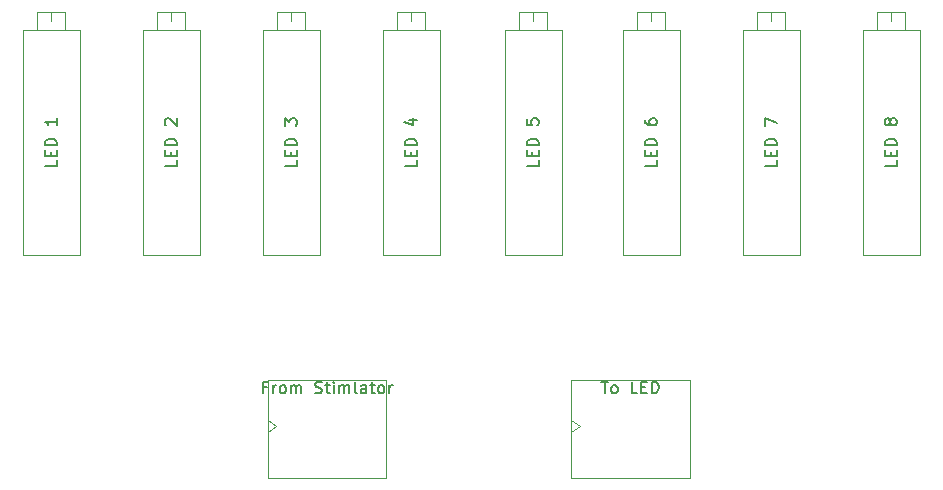
<source format=gbr>
G04 #@! TF.GenerationSoftware,KiCad,Pcbnew,(5.0.0)*
G04 #@! TF.CreationDate,2020-01-07T20:32:05+00:00*
G04 #@! TF.ProjectId,Potentiometer_mount_8LED,506F74656E74696F6D657465725F6D6F,rev?*
G04 #@! TF.SameCoordinates,Original*
G04 #@! TF.FileFunction,Other,Fab,Top*
%FSLAX46Y46*%
G04 Gerber Fmt 4.6, Leading zero omitted, Abs format (unit mm)*
G04 Created by KiCad (PCBNEW (5.0.0)) date 01/07/20 20:32:05*
%MOMM*%
%LPD*%
G01*
G04 APERTURE LIST*
%ADD10C,0.100000*%
%ADD11C,0.150000*%
G04 APERTURE END LIST*
D10*
G04 #@! TO.C,LED 8*
X193390000Y-52480000D02*
X193390000Y-53240000D01*
X194570000Y-54000000D02*
X194570000Y-52480000D01*
X192210000Y-54000000D02*
X194570000Y-54000000D01*
X192210000Y-52480000D02*
X192210000Y-54000000D01*
X194570000Y-52480000D02*
X192210000Y-52480000D01*
X195790000Y-73000000D02*
X195790000Y-54000000D01*
X190990000Y-73000000D02*
X195790000Y-73000000D01*
X190990000Y-54000000D02*
X190990000Y-73000000D01*
X195790000Y-54000000D02*
X190990000Y-54000000D01*
G04 #@! TO.C,LED 7*
X183230000Y-52480000D02*
X183230000Y-53240000D01*
X184410000Y-54000000D02*
X184410000Y-52480000D01*
X182050000Y-54000000D02*
X184410000Y-54000000D01*
X182050000Y-52480000D02*
X182050000Y-54000000D01*
X184410000Y-52480000D02*
X182050000Y-52480000D01*
X185630000Y-73000000D02*
X185630000Y-54000000D01*
X180830000Y-73000000D02*
X185630000Y-73000000D01*
X180830000Y-54000000D02*
X180830000Y-73000000D01*
X185630000Y-54000000D02*
X180830000Y-54000000D01*
G04 #@! TO.C,LED 5*
X163070000Y-52480000D02*
X163070000Y-53240000D01*
X164250000Y-54000000D02*
X164250000Y-52480000D01*
X161890000Y-54000000D02*
X164250000Y-54000000D01*
X161890000Y-52480000D02*
X161890000Y-54000000D01*
X164250000Y-52480000D02*
X161890000Y-52480000D01*
X165470000Y-73000000D02*
X165470000Y-54000000D01*
X160670000Y-73000000D02*
X165470000Y-73000000D01*
X160670000Y-54000000D02*
X160670000Y-73000000D01*
X165470000Y-54000000D02*
X160670000Y-54000000D01*
G04 #@! TO.C,LED 6*
X173070000Y-52480000D02*
X173070000Y-53240000D01*
X174250000Y-54000000D02*
X174250000Y-52480000D01*
X171890000Y-54000000D02*
X174250000Y-54000000D01*
X171890000Y-52480000D02*
X171890000Y-54000000D01*
X174250000Y-52480000D02*
X171890000Y-52480000D01*
X175470000Y-73000000D02*
X175470000Y-54000000D01*
X170670000Y-73000000D02*
X175470000Y-73000000D01*
X170670000Y-54000000D02*
X170670000Y-73000000D01*
X175470000Y-54000000D02*
X170670000Y-54000000D01*
G04 #@! TO.C,To LED*
X167007107Y-87500000D02*
X166300000Y-87000000D01*
X166300000Y-88000000D02*
X167007107Y-87500000D01*
X176300000Y-83600000D02*
X166300000Y-83600000D01*
X176300000Y-91900000D02*
X176300000Y-83600000D01*
X166300000Y-91900000D02*
X176300000Y-91900000D01*
X166300000Y-83600000D02*
X166300000Y-91900000D01*
G04 #@! TO.C,From Stimlator*
X141307107Y-87500000D02*
X140600000Y-87000000D01*
X140600000Y-88000000D02*
X141307107Y-87500000D01*
X150600000Y-83600000D02*
X140600000Y-83600000D01*
X150600000Y-91900000D02*
X150600000Y-83600000D01*
X140600000Y-91900000D02*
X150600000Y-91900000D01*
X140600000Y-83600000D02*
X140600000Y-91900000D01*
G04 #@! TO.C,LED 1*
X122270000Y-52480000D02*
X122270000Y-53240000D01*
X123450000Y-54000000D02*
X123450000Y-52480000D01*
X121090000Y-54000000D02*
X123450000Y-54000000D01*
X121090000Y-52480000D02*
X121090000Y-54000000D01*
X123450000Y-52480000D02*
X121090000Y-52480000D01*
X124670000Y-73000000D02*
X124670000Y-54000000D01*
X119870000Y-73000000D02*
X124670000Y-73000000D01*
X119870000Y-54000000D02*
X119870000Y-73000000D01*
X124670000Y-54000000D02*
X119870000Y-54000000D01*
G04 #@! TO.C,LED 2*
X134830000Y-54000000D02*
X130030000Y-54000000D01*
X130030000Y-54000000D02*
X130030000Y-73000000D01*
X130030000Y-73000000D02*
X134830000Y-73000000D01*
X134830000Y-73000000D02*
X134830000Y-54000000D01*
X133610000Y-52480000D02*
X131250000Y-52480000D01*
X131250000Y-52480000D02*
X131250000Y-54000000D01*
X131250000Y-54000000D02*
X133610000Y-54000000D01*
X133610000Y-54000000D02*
X133610000Y-52480000D01*
X132430000Y-52480000D02*
X132430000Y-53240000D01*
G04 #@! TO.C,LED 3*
X142590000Y-52480000D02*
X142590000Y-53240000D01*
X143770000Y-54000000D02*
X143770000Y-52480000D01*
X141410000Y-54000000D02*
X143770000Y-54000000D01*
X141410000Y-52480000D02*
X141410000Y-54000000D01*
X143770000Y-52480000D02*
X141410000Y-52480000D01*
X144990000Y-73000000D02*
X144990000Y-54000000D01*
X140190000Y-73000000D02*
X144990000Y-73000000D01*
X140190000Y-54000000D02*
X140190000Y-73000000D01*
X144990000Y-54000000D02*
X140190000Y-54000000D01*
G04 #@! TO.C,LED 4*
X155150000Y-54000000D02*
X150350000Y-54000000D01*
X150350000Y-54000000D02*
X150350000Y-73000000D01*
X150350000Y-73000000D02*
X155150000Y-73000000D01*
X155150000Y-73000000D02*
X155150000Y-54000000D01*
X153930000Y-52480000D02*
X151570000Y-52480000D01*
X151570000Y-52480000D02*
X151570000Y-54000000D01*
X151570000Y-54000000D02*
X153930000Y-54000000D01*
X153930000Y-54000000D02*
X153930000Y-52480000D01*
X152750000Y-52480000D02*
X152750000Y-53240000D01*
G04 #@! TD*
G04 #@! TO.C,LED 8*
D11*
X193842380Y-65000000D02*
X193842380Y-65476190D01*
X192842380Y-65476190D01*
X193318571Y-64666666D02*
X193318571Y-64333333D01*
X193842380Y-64190476D02*
X193842380Y-64666666D01*
X192842380Y-64666666D01*
X192842380Y-64190476D01*
X193842380Y-63761904D02*
X192842380Y-63761904D01*
X192842380Y-63523809D01*
X192890000Y-63380952D01*
X192985238Y-63285714D01*
X193080476Y-63238095D01*
X193270952Y-63190476D01*
X193413809Y-63190476D01*
X193604285Y-63238095D01*
X193699523Y-63285714D01*
X193794761Y-63380952D01*
X193842380Y-63523809D01*
X193842380Y-63761904D01*
X193270952Y-61857142D02*
X193223333Y-61952380D01*
X193175714Y-62000000D01*
X193080476Y-62047619D01*
X193032857Y-62047619D01*
X192937619Y-62000000D01*
X192890000Y-61952380D01*
X192842380Y-61857142D01*
X192842380Y-61666666D01*
X192890000Y-61571428D01*
X192937619Y-61523809D01*
X193032857Y-61476190D01*
X193080476Y-61476190D01*
X193175714Y-61523809D01*
X193223333Y-61571428D01*
X193270952Y-61666666D01*
X193270952Y-61857142D01*
X193318571Y-61952380D01*
X193366190Y-62000000D01*
X193461428Y-62047619D01*
X193651904Y-62047619D01*
X193747142Y-62000000D01*
X193794761Y-61952380D01*
X193842380Y-61857142D01*
X193842380Y-61666666D01*
X193794761Y-61571428D01*
X193747142Y-61523809D01*
X193651904Y-61476190D01*
X193461428Y-61476190D01*
X193366190Y-61523809D01*
X193318571Y-61571428D01*
X193270952Y-61666666D01*
G04 #@! TO.C,LED 7*
X183682380Y-65000000D02*
X183682380Y-65476190D01*
X182682380Y-65476190D01*
X183158571Y-64666666D02*
X183158571Y-64333333D01*
X183682380Y-64190476D02*
X183682380Y-64666666D01*
X182682380Y-64666666D01*
X182682380Y-64190476D01*
X183682380Y-63761904D02*
X182682380Y-63761904D01*
X182682380Y-63523809D01*
X182730000Y-63380952D01*
X182825238Y-63285714D01*
X182920476Y-63238095D01*
X183110952Y-63190476D01*
X183253809Y-63190476D01*
X183444285Y-63238095D01*
X183539523Y-63285714D01*
X183634761Y-63380952D01*
X183682380Y-63523809D01*
X183682380Y-63761904D01*
X182682380Y-62095238D02*
X182682380Y-61428571D01*
X183682380Y-61857142D01*
G04 #@! TO.C,LED 5*
X163522380Y-65000000D02*
X163522380Y-65476190D01*
X162522380Y-65476190D01*
X162998571Y-64666666D02*
X162998571Y-64333333D01*
X163522380Y-64190476D02*
X163522380Y-64666666D01*
X162522380Y-64666666D01*
X162522380Y-64190476D01*
X163522380Y-63761904D02*
X162522380Y-63761904D01*
X162522380Y-63523809D01*
X162570000Y-63380952D01*
X162665238Y-63285714D01*
X162760476Y-63238095D01*
X162950952Y-63190476D01*
X163093809Y-63190476D01*
X163284285Y-63238095D01*
X163379523Y-63285714D01*
X163474761Y-63380952D01*
X163522380Y-63523809D01*
X163522380Y-63761904D01*
X162522380Y-61523809D02*
X162522380Y-62000000D01*
X162998571Y-62047619D01*
X162950952Y-62000000D01*
X162903333Y-61904761D01*
X162903333Y-61666666D01*
X162950952Y-61571428D01*
X162998571Y-61523809D01*
X163093809Y-61476190D01*
X163331904Y-61476190D01*
X163427142Y-61523809D01*
X163474761Y-61571428D01*
X163522380Y-61666666D01*
X163522380Y-61904761D01*
X163474761Y-62000000D01*
X163427142Y-62047619D01*
G04 #@! TO.C,LED 6*
X173522380Y-65000000D02*
X173522380Y-65476190D01*
X172522380Y-65476190D01*
X172998571Y-64666666D02*
X172998571Y-64333333D01*
X173522380Y-64190476D02*
X173522380Y-64666666D01*
X172522380Y-64666666D01*
X172522380Y-64190476D01*
X173522380Y-63761904D02*
X172522380Y-63761904D01*
X172522380Y-63523809D01*
X172570000Y-63380952D01*
X172665238Y-63285714D01*
X172760476Y-63238095D01*
X172950952Y-63190476D01*
X173093809Y-63190476D01*
X173284285Y-63238095D01*
X173379523Y-63285714D01*
X173474761Y-63380952D01*
X173522380Y-63523809D01*
X173522380Y-63761904D01*
X172522380Y-61571428D02*
X172522380Y-61761904D01*
X172570000Y-61857142D01*
X172617619Y-61904761D01*
X172760476Y-62000000D01*
X172950952Y-62047619D01*
X173331904Y-62047619D01*
X173427142Y-62000000D01*
X173474761Y-61952380D01*
X173522380Y-61857142D01*
X173522380Y-61666666D01*
X173474761Y-61571428D01*
X173427142Y-61523809D01*
X173331904Y-61476190D01*
X173093809Y-61476190D01*
X172998571Y-61523809D01*
X172950952Y-61571428D01*
X172903333Y-61666666D01*
X172903333Y-61857142D01*
X172950952Y-61952380D01*
X172998571Y-62000000D01*
X173093809Y-62047619D01*
G04 #@! TO.C,To LED*
X168823809Y-83752380D02*
X169395238Y-83752380D01*
X169109523Y-84752380D02*
X169109523Y-83752380D01*
X169871428Y-84752380D02*
X169776190Y-84704761D01*
X169728571Y-84657142D01*
X169680952Y-84561904D01*
X169680952Y-84276190D01*
X169728571Y-84180952D01*
X169776190Y-84133333D01*
X169871428Y-84085714D01*
X170014285Y-84085714D01*
X170109523Y-84133333D01*
X170157142Y-84180952D01*
X170204761Y-84276190D01*
X170204761Y-84561904D01*
X170157142Y-84657142D01*
X170109523Y-84704761D01*
X170014285Y-84752380D01*
X169871428Y-84752380D01*
X171871428Y-84752380D02*
X171395238Y-84752380D01*
X171395238Y-83752380D01*
X172204761Y-84228571D02*
X172538095Y-84228571D01*
X172680952Y-84752380D02*
X172204761Y-84752380D01*
X172204761Y-83752380D01*
X172680952Y-83752380D01*
X173109523Y-84752380D02*
X173109523Y-83752380D01*
X173347619Y-83752380D01*
X173490476Y-83800000D01*
X173585714Y-83895238D01*
X173633333Y-83990476D01*
X173680952Y-84180952D01*
X173680952Y-84323809D01*
X173633333Y-84514285D01*
X173585714Y-84609523D01*
X173490476Y-84704761D01*
X173347619Y-84752380D01*
X173109523Y-84752380D01*
G04 #@! TO.C,From Stimlator*
X140504761Y-84228571D02*
X140171428Y-84228571D01*
X140171428Y-84752380D02*
X140171428Y-83752380D01*
X140647619Y-83752380D01*
X141028571Y-84752380D02*
X141028571Y-84085714D01*
X141028571Y-84276190D02*
X141076190Y-84180952D01*
X141123809Y-84133333D01*
X141219047Y-84085714D01*
X141314285Y-84085714D01*
X141790476Y-84752380D02*
X141695238Y-84704761D01*
X141647619Y-84657142D01*
X141600000Y-84561904D01*
X141600000Y-84276190D01*
X141647619Y-84180952D01*
X141695238Y-84133333D01*
X141790476Y-84085714D01*
X141933333Y-84085714D01*
X142028571Y-84133333D01*
X142076190Y-84180952D01*
X142123809Y-84276190D01*
X142123809Y-84561904D01*
X142076190Y-84657142D01*
X142028571Y-84704761D01*
X141933333Y-84752380D01*
X141790476Y-84752380D01*
X142552380Y-84752380D02*
X142552380Y-84085714D01*
X142552380Y-84180952D02*
X142600000Y-84133333D01*
X142695238Y-84085714D01*
X142838095Y-84085714D01*
X142933333Y-84133333D01*
X142980952Y-84228571D01*
X142980952Y-84752380D01*
X142980952Y-84228571D02*
X143028571Y-84133333D01*
X143123809Y-84085714D01*
X143266666Y-84085714D01*
X143361904Y-84133333D01*
X143409523Y-84228571D01*
X143409523Y-84752380D01*
X144600000Y-84704761D02*
X144742857Y-84752380D01*
X144980952Y-84752380D01*
X145076190Y-84704761D01*
X145123809Y-84657142D01*
X145171428Y-84561904D01*
X145171428Y-84466666D01*
X145123809Y-84371428D01*
X145076190Y-84323809D01*
X144980952Y-84276190D01*
X144790476Y-84228571D01*
X144695238Y-84180952D01*
X144647619Y-84133333D01*
X144600000Y-84038095D01*
X144600000Y-83942857D01*
X144647619Y-83847619D01*
X144695238Y-83800000D01*
X144790476Y-83752380D01*
X145028571Y-83752380D01*
X145171428Y-83800000D01*
X145457142Y-84085714D02*
X145838095Y-84085714D01*
X145600000Y-83752380D02*
X145600000Y-84609523D01*
X145647619Y-84704761D01*
X145742857Y-84752380D01*
X145838095Y-84752380D01*
X146171428Y-84752380D02*
X146171428Y-84085714D01*
X146171428Y-83752380D02*
X146123809Y-83800000D01*
X146171428Y-83847619D01*
X146219047Y-83800000D01*
X146171428Y-83752380D01*
X146171428Y-83847619D01*
X146647619Y-84752380D02*
X146647619Y-84085714D01*
X146647619Y-84180952D02*
X146695238Y-84133333D01*
X146790476Y-84085714D01*
X146933333Y-84085714D01*
X147028571Y-84133333D01*
X147076190Y-84228571D01*
X147076190Y-84752380D01*
X147076190Y-84228571D02*
X147123809Y-84133333D01*
X147219047Y-84085714D01*
X147361904Y-84085714D01*
X147457142Y-84133333D01*
X147504761Y-84228571D01*
X147504761Y-84752380D01*
X148123809Y-84752380D02*
X148028571Y-84704761D01*
X147980952Y-84609523D01*
X147980952Y-83752380D01*
X148933333Y-84752380D02*
X148933333Y-84228571D01*
X148885714Y-84133333D01*
X148790476Y-84085714D01*
X148600000Y-84085714D01*
X148504761Y-84133333D01*
X148933333Y-84704761D02*
X148838095Y-84752380D01*
X148600000Y-84752380D01*
X148504761Y-84704761D01*
X148457142Y-84609523D01*
X148457142Y-84514285D01*
X148504761Y-84419047D01*
X148600000Y-84371428D01*
X148838095Y-84371428D01*
X148933333Y-84323809D01*
X149266666Y-84085714D02*
X149647619Y-84085714D01*
X149409523Y-83752380D02*
X149409523Y-84609523D01*
X149457142Y-84704761D01*
X149552380Y-84752380D01*
X149647619Y-84752380D01*
X150123809Y-84752380D02*
X150028571Y-84704761D01*
X149980952Y-84657142D01*
X149933333Y-84561904D01*
X149933333Y-84276190D01*
X149980952Y-84180952D01*
X150028571Y-84133333D01*
X150123809Y-84085714D01*
X150266666Y-84085714D01*
X150361904Y-84133333D01*
X150409523Y-84180952D01*
X150457142Y-84276190D01*
X150457142Y-84561904D01*
X150409523Y-84657142D01*
X150361904Y-84704761D01*
X150266666Y-84752380D01*
X150123809Y-84752380D01*
X150885714Y-84752380D02*
X150885714Y-84085714D01*
X150885714Y-84276190D02*
X150933333Y-84180952D01*
X150980952Y-84133333D01*
X151076190Y-84085714D01*
X151171428Y-84085714D01*
G04 #@! TO.C,LED 1*
X122722380Y-65000000D02*
X122722380Y-65476190D01*
X121722380Y-65476190D01*
X122198571Y-64666666D02*
X122198571Y-64333333D01*
X122722380Y-64190476D02*
X122722380Y-64666666D01*
X121722380Y-64666666D01*
X121722380Y-64190476D01*
X122722380Y-63761904D02*
X121722380Y-63761904D01*
X121722380Y-63523809D01*
X121770000Y-63380952D01*
X121865238Y-63285714D01*
X121960476Y-63238095D01*
X122150952Y-63190476D01*
X122293809Y-63190476D01*
X122484285Y-63238095D01*
X122579523Y-63285714D01*
X122674761Y-63380952D01*
X122722380Y-63523809D01*
X122722380Y-63761904D01*
X122722380Y-61476190D02*
X122722380Y-62047619D01*
X122722380Y-61761904D02*
X121722380Y-61761904D01*
X121865238Y-61857142D01*
X121960476Y-61952380D01*
X122008095Y-62047619D01*
G04 #@! TO.C,LED 2*
X132882380Y-65000000D02*
X132882380Y-65476190D01*
X131882380Y-65476190D01*
X132358571Y-64666666D02*
X132358571Y-64333333D01*
X132882380Y-64190476D02*
X132882380Y-64666666D01*
X131882380Y-64666666D01*
X131882380Y-64190476D01*
X132882380Y-63761904D02*
X131882380Y-63761904D01*
X131882380Y-63523809D01*
X131930000Y-63380952D01*
X132025238Y-63285714D01*
X132120476Y-63238095D01*
X132310952Y-63190476D01*
X132453809Y-63190476D01*
X132644285Y-63238095D01*
X132739523Y-63285714D01*
X132834761Y-63380952D01*
X132882380Y-63523809D01*
X132882380Y-63761904D01*
X131977619Y-62047619D02*
X131930000Y-62000000D01*
X131882380Y-61904761D01*
X131882380Y-61666666D01*
X131930000Y-61571428D01*
X131977619Y-61523809D01*
X132072857Y-61476190D01*
X132168095Y-61476190D01*
X132310952Y-61523809D01*
X132882380Y-62095238D01*
X132882380Y-61476190D01*
G04 #@! TO.C,LED 3*
X143042380Y-65000000D02*
X143042380Y-65476190D01*
X142042380Y-65476190D01*
X142518571Y-64666666D02*
X142518571Y-64333333D01*
X143042380Y-64190476D02*
X143042380Y-64666666D01*
X142042380Y-64666666D01*
X142042380Y-64190476D01*
X143042380Y-63761904D02*
X142042380Y-63761904D01*
X142042380Y-63523809D01*
X142090000Y-63380952D01*
X142185238Y-63285714D01*
X142280476Y-63238095D01*
X142470952Y-63190476D01*
X142613809Y-63190476D01*
X142804285Y-63238095D01*
X142899523Y-63285714D01*
X142994761Y-63380952D01*
X143042380Y-63523809D01*
X143042380Y-63761904D01*
X142042380Y-62095238D02*
X142042380Y-61476190D01*
X142423333Y-61809523D01*
X142423333Y-61666666D01*
X142470952Y-61571428D01*
X142518571Y-61523809D01*
X142613809Y-61476190D01*
X142851904Y-61476190D01*
X142947142Y-61523809D01*
X142994761Y-61571428D01*
X143042380Y-61666666D01*
X143042380Y-61952380D01*
X142994761Y-62047619D01*
X142947142Y-62095238D01*
G04 #@! TO.C,LED 4*
X153202380Y-65000000D02*
X153202380Y-65476190D01*
X152202380Y-65476190D01*
X152678571Y-64666666D02*
X152678571Y-64333333D01*
X153202380Y-64190476D02*
X153202380Y-64666666D01*
X152202380Y-64666666D01*
X152202380Y-64190476D01*
X153202380Y-63761904D02*
X152202380Y-63761904D01*
X152202380Y-63523809D01*
X152250000Y-63380952D01*
X152345238Y-63285714D01*
X152440476Y-63238095D01*
X152630952Y-63190476D01*
X152773809Y-63190476D01*
X152964285Y-63238095D01*
X153059523Y-63285714D01*
X153154761Y-63380952D01*
X153202380Y-63523809D01*
X153202380Y-63761904D01*
X152535714Y-61571428D02*
X153202380Y-61571428D01*
X152154761Y-61809523D02*
X152869047Y-62047619D01*
X152869047Y-61428571D01*
G04 #@! TD*
M02*

</source>
